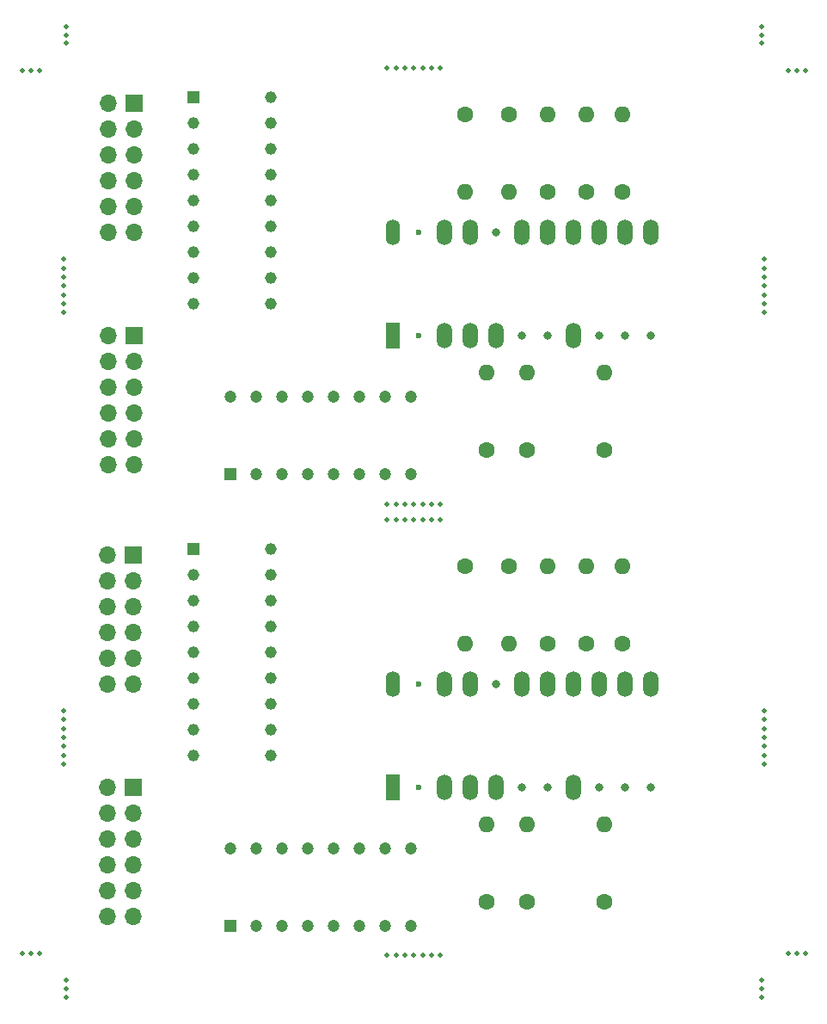
<source format=gbr>
%TF.GenerationSoftware,KiCad,Pcbnew,7.0.1*%
%TF.CreationDate,2023-05-14T01:33:17+09:00*%
%TF.ProjectId,___,62d8512e-6b69-4636-9164-5f7063625858,rev?*%
%TF.SameCoordinates,Original*%
%TF.FileFunction,Soldermask,Bot*%
%TF.FilePolarity,Negative*%
%FSLAX46Y46*%
G04 Gerber Fmt 4.6, Leading zero omitted, Abs format (unit mm)*
G04 Created by KiCad (PCBNEW 7.0.1) date 2023-05-14 01:33:17*
%MOMM*%
%LPD*%
G01*
G04 APERTURE LIST*
%ADD10R,1.700000X1.700000*%
%ADD11O,1.700000X1.700000*%
%ADD12C,0.500000*%
%ADD13C,1.600000*%
%ADD14O,1.600000X1.600000*%
%ADD15R,1.150000X1.150000*%
%ADD16C,1.150000*%
%ADD17R,1.200000X1.200000*%
%ADD18C,1.200000*%
%ADD19C,0.600000*%
%ADD20C,0.800000*%
%ADD21R,1.400000X2.524000*%
%ADD22O,1.524000X2.524000*%
%ADD23O,1.400000X2.524000*%
G04 APERTURE END LIST*
D10*
%TO.C,J2*%
X182330500Y-95565000D03*
D11*
X182330500Y-98105000D03*
X182330500Y-100645000D03*
X182330500Y-103185000D03*
X182330500Y-105725000D03*
X182330500Y-108265000D03*
X179790500Y-95565000D03*
X179790500Y-98105000D03*
X179790500Y-100645000D03*
X179790500Y-103185000D03*
X179790500Y-105725000D03*
X179790500Y-108265000D03*
%TD*%
D10*
%TO.C,J1*%
X182392500Y-72705000D03*
D11*
X182392500Y-75245000D03*
X182392500Y-77785000D03*
X182392500Y-80325000D03*
X182392500Y-82865000D03*
X182392500Y-85405000D03*
X179852500Y-72705000D03*
X179852500Y-75245000D03*
X179852500Y-77785000D03*
X179852500Y-80325000D03*
X179852500Y-82865000D03*
X179852500Y-85405000D03*
%TD*%
D10*
%TO.C,J2*%
X182454500Y-51115000D03*
D11*
X182454500Y-53655000D03*
X182454500Y-56195000D03*
X182454500Y-58735000D03*
X182454500Y-61275000D03*
X182454500Y-63815000D03*
X179914500Y-51115000D03*
X179914500Y-53655000D03*
X179914500Y-56195000D03*
X179914500Y-58735000D03*
X179914500Y-61275000D03*
X179914500Y-63815000D03*
%TD*%
D10*
%TO.C,J1*%
X182457500Y-28255000D03*
D11*
X182457500Y-30795000D03*
X182457500Y-33335000D03*
X182457500Y-35875000D03*
X182457500Y-38415000D03*
X182457500Y-40955000D03*
X179917500Y-28255000D03*
X179917500Y-30795000D03*
X179917500Y-33335000D03*
X179917500Y-35875000D03*
X179917500Y-38415000D03*
X179917500Y-40955000D03*
%TD*%
D12*
%TO.C,REF\u002A\u002A*%
X247726500Y-25000000D03*
%TD*%
%TO.C,REF\u002A\u002A*%
X207375000Y-69168000D03*
%TD*%
%TO.C,REF\u002A\u002A*%
X175523500Y-43584000D03*
%TD*%
%TO.C,REF\u002A\u002A*%
X244226500Y-20666667D03*
%TD*%
D13*
%TO.C,R2*%
X223144500Y-81356000D03*
D14*
X223144500Y-73736000D03*
%TD*%
D13*
%TO.C,R2*%
X223144500Y-36938000D03*
D14*
X223144500Y-29318000D03*
%TD*%
D12*
%TO.C,REF\u002A\u002A*%
X208250000Y-67668000D03*
%TD*%
%TO.C,REF\u002A\u002A*%
X175773500Y-22333334D03*
%TD*%
%TO.C,REF\u002A\u002A*%
X175773500Y-114502666D03*
%TD*%
%TO.C,REF\u002A\u002A*%
X212625000Y-69168000D03*
%TD*%
%TO.C,REF\u002A\u002A*%
X212625000Y-67668000D03*
%TD*%
%TO.C,REF\u002A\u002A*%
X244476500Y-47959000D03*
%TD*%
%TO.C,REF\u002A\u002A*%
X248559833Y-25000000D03*
%TD*%
%TO.C,REF\u002A\u002A*%
X175523500Y-92377000D03*
%TD*%
D13*
%TO.C,R8*%
X228732500Y-106756000D03*
D14*
X228732500Y-99136000D03*
%TD*%
D13*
%TO.C,R8*%
X228732500Y-62338000D03*
D14*
X228732500Y-54718000D03*
%TD*%
D12*
%TO.C,REF\u002A\u002A*%
X175523500Y-88002000D03*
%TD*%
%TO.C,REF\u002A\u002A*%
X175523500Y-93252000D03*
%TD*%
%TO.C,REF\u002A\u002A*%
X246893166Y-111836000D03*
%TD*%
%TO.C,REF\u002A\u002A*%
X175523500Y-89752000D03*
%TD*%
%TO.C,REF\u002A\u002A*%
X244476500Y-92377000D03*
%TD*%
%TO.C,REF\u002A\u002A*%
X210000000Y-112086000D03*
%TD*%
%TO.C,REF\u002A\u002A*%
X175523500Y-44459000D03*
%TD*%
%TO.C,REF\u002A\u002A*%
X244476500Y-48834000D03*
%TD*%
D15*
%TO.C,IC1*%
X188293500Y-72085000D03*
D16*
X188293500Y-74625000D03*
X188293500Y-77165000D03*
X188293500Y-79705000D03*
X188293500Y-82245000D03*
X188293500Y-84785000D03*
X188293500Y-87325000D03*
X188293500Y-89865000D03*
X188293500Y-92405000D03*
X195913500Y-92405000D03*
X195913500Y-89865000D03*
X195913500Y-87325000D03*
X195913500Y-84785000D03*
X195913500Y-82245000D03*
X195913500Y-79705000D03*
X195913500Y-77165000D03*
X195913500Y-74625000D03*
X195913500Y-72085000D03*
%TD*%
D15*
%TO.C,IC1*%
X188293500Y-27667000D03*
D16*
X188293500Y-30207000D03*
X188293500Y-32747000D03*
X188293500Y-35287000D03*
X188293500Y-37827000D03*
X188293500Y-40367000D03*
X188293500Y-42907000D03*
X188293500Y-45447000D03*
X188293500Y-47987000D03*
X195913500Y-47987000D03*
X195913500Y-45447000D03*
X195913500Y-42907000D03*
X195913500Y-40367000D03*
X195913500Y-37827000D03*
X195913500Y-35287000D03*
X195913500Y-32747000D03*
X195913500Y-30207000D03*
X195913500Y-27667000D03*
%TD*%
D12*
%TO.C,REF\u002A\u002A*%
X244226500Y-116169333D03*
%TD*%
%TO.C,REF\u002A\u002A*%
X175523500Y-47084000D03*
%TD*%
%TO.C,REF\u002A\u002A*%
X175523500Y-90627000D03*
%TD*%
%TO.C,REF\u002A\u002A*%
X212625000Y-112086000D03*
%TD*%
%TO.C,REF\u002A\u002A*%
X209125000Y-24750000D03*
%TD*%
%TO.C,REF\u002A\u002A*%
X207375000Y-24750000D03*
%TD*%
%TO.C,REF\u002A\u002A*%
X172273500Y-25000000D03*
%TD*%
%TO.C,REF\u002A\u002A*%
X175523500Y-48834000D03*
%TD*%
%TO.C,REF\u002A\u002A*%
X172273500Y-111836000D03*
%TD*%
%TO.C,REF\u002A\u002A*%
X210000000Y-24750000D03*
%TD*%
D17*
%TO.C,IC2*%
X191902500Y-64714000D03*
D18*
X194442500Y-64714000D03*
X196982500Y-64714000D03*
X199522500Y-64714000D03*
X202062500Y-64714000D03*
X204602500Y-64714000D03*
X207142500Y-64714000D03*
X209682500Y-64714000D03*
X209682500Y-57094000D03*
X207142500Y-57094000D03*
X204602500Y-57094000D03*
X202062500Y-57094000D03*
X199522500Y-57094000D03*
X196982500Y-57094000D03*
X194442500Y-57094000D03*
X191902500Y-57094000D03*
%TD*%
D17*
%TO.C,IC2*%
X191902500Y-109132000D03*
D18*
X194442500Y-109132000D03*
X196982500Y-109132000D03*
X199522500Y-109132000D03*
X202062500Y-109132000D03*
X204602500Y-109132000D03*
X207142500Y-109132000D03*
X209682500Y-109132000D03*
X209682500Y-101512000D03*
X207142500Y-101512000D03*
X204602500Y-101512000D03*
X202062500Y-101512000D03*
X199522500Y-101512000D03*
X196982500Y-101512000D03*
X194442500Y-101512000D03*
X191902500Y-101512000D03*
%TD*%
D12*
%TO.C,REF\u002A\u002A*%
X208250000Y-24750000D03*
%TD*%
%TO.C,REF\u002A\u002A*%
X175523500Y-88877000D03*
%TD*%
%TO.C,REF\u002A\u002A*%
X208250000Y-112086000D03*
%TD*%
D13*
%TO.C,R5*%
X215016500Y-73736000D03*
D14*
X215016500Y-81356000D03*
%TD*%
D13*
%TO.C,R5*%
X215016500Y-29318000D03*
D14*
X215016500Y-36938000D03*
%TD*%
D12*
%TO.C,REF\u002A\u002A*%
X211750000Y-112086000D03*
%TD*%
%TO.C,REF\u002A\u002A*%
X207375000Y-112086000D03*
%TD*%
%TO.C,REF\u002A\u002A*%
X211750000Y-67668000D03*
%TD*%
%TO.C,REF\u002A\u002A*%
X173106834Y-25000000D03*
%TD*%
D13*
%TO.C,R4*%
X226954500Y-81356000D03*
D14*
X226954500Y-73736000D03*
%TD*%
D13*
%TO.C,R4*%
X226954500Y-36938000D03*
D14*
X226954500Y-29318000D03*
%TD*%
D12*
%TO.C,REF\u002A\u002A*%
X175523500Y-46209000D03*
%TD*%
%TO.C,REF\u002A\u002A*%
X175773500Y-116169333D03*
%TD*%
%TO.C,REF\u002A\u002A*%
X175773500Y-20666667D03*
%TD*%
%TO.C,REF\u002A\u002A*%
X209125000Y-69168000D03*
%TD*%
%TO.C,REF\u002A\u002A*%
X209125000Y-112086000D03*
%TD*%
%TO.C,REF\u002A\u002A*%
X207375000Y-67668000D03*
%TD*%
%TO.C,REF\u002A\u002A*%
X244476500Y-43584000D03*
%TD*%
%TO.C,REF\u002A\u002A*%
X244476500Y-90627000D03*
%TD*%
%TO.C,REF\u002A\u002A*%
X244476500Y-44459000D03*
%TD*%
%TO.C,REF\u002A\u002A*%
X212625000Y-24750000D03*
%TD*%
%TO.C,REF\u002A\u002A*%
X244476500Y-45334000D03*
%TD*%
%TO.C,REF\u002A\u002A*%
X244476500Y-88877000D03*
%TD*%
%TO.C,REF\u002A\u002A*%
X244476500Y-91502000D03*
%TD*%
%TO.C,REF\u002A\u002A*%
X210000000Y-67668000D03*
%TD*%
%TO.C,REF\u002A\u002A*%
X210875000Y-69168000D03*
%TD*%
%TO.C,REF\u002A\u002A*%
X171440167Y-111836000D03*
%TD*%
%TO.C,REF\u002A\u002A*%
X244226500Y-22333334D03*
%TD*%
%TO.C,REF\u002A\u002A*%
X210875000Y-67668000D03*
%TD*%
%TO.C,REF\u002A\u002A*%
X210875000Y-24750000D03*
%TD*%
%TO.C,REF\u002A\u002A*%
X175773500Y-21500000D03*
%TD*%
%TO.C,REF\u002A\u002A*%
X244476500Y-47084000D03*
%TD*%
%TO.C,REF\u002A\u002A*%
X244476500Y-88002000D03*
%TD*%
D19*
%TO.C,IC3*%
X210508000Y-95516000D03*
D20*
X220668000Y-95516000D03*
X223208000Y-95516000D03*
X228288000Y-95516000D03*
X230828000Y-95516000D03*
X233368000Y-95516000D03*
D19*
X210508000Y-85356000D03*
D20*
X218128000Y-85356000D03*
D21*
X207968000Y-95516000D03*
D22*
X213048000Y-95516000D03*
X215588000Y-95516000D03*
X218128000Y-95516000D03*
X225748000Y-95516000D03*
X233368000Y-85356000D03*
X230828000Y-85356000D03*
X228288000Y-85356000D03*
X225748000Y-85356000D03*
X223208000Y-85356000D03*
X220668000Y-85356000D03*
X215588000Y-85356000D03*
X213048000Y-85356000D03*
D23*
X207968000Y-85356000D03*
%TD*%
D19*
%TO.C,IC3*%
X210508000Y-51098000D03*
D20*
X220668000Y-51098000D03*
X223208000Y-51098000D03*
X228288000Y-51098000D03*
X230828000Y-51098000D03*
X233368000Y-51098000D03*
D19*
X210508000Y-40938000D03*
D20*
X218128000Y-40938000D03*
D21*
X207968000Y-51098000D03*
D22*
X213048000Y-51098000D03*
X215588000Y-51098000D03*
X218128000Y-51098000D03*
X225748000Y-51098000D03*
X233368000Y-40938000D03*
X230828000Y-40938000D03*
X228288000Y-40938000D03*
X225748000Y-40938000D03*
X223208000Y-40938000D03*
X220668000Y-40938000D03*
X215588000Y-40938000D03*
X213048000Y-40938000D03*
D23*
X207968000Y-40938000D03*
%TD*%
D12*
%TO.C,REF\u002A\u002A*%
X210000000Y-69168000D03*
%TD*%
%TO.C,REF\u002A\u002A*%
X208250000Y-69168000D03*
%TD*%
%TO.C,REF\u002A\u002A*%
X244226500Y-114502666D03*
%TD*%
%TO.C,REF\u002A\u002A*%
X173106834Y-111836000D03*
%TD*%
%TO.C,REF\u002A\u002A*%
X244476500Y-89752000D03*
%TD*%
%TO.C,REF\u002A\u002A*%
X175523500Y-47959000D03*
%TD*%
%TO.C,REF\u002A\u002A*%
X244476500Y-46209000D03*
%TD*%
%TO.C,REF\u002A\u002A*%
X244476500Y-93252000D03*
%TD*%
%TO.C,REF\u002A\u002A*%
X246893166Y-25000000D03*
%TD*%
%TO.C,REF\u002A\u002A*%
X175523500Y-91502000D03*
%TD*%
%TO.C,REF\u002A\u002A*%
X211750000Y-24750000D03*
%TD*%
D13*
%TO.C,R6*%
X219334500Y-29318000D03*
D14*
X219334500Y-36938000D03*
%TD*%
D13*
%TO.C,R6*%
X219334500Y-73736000D03*
D14*
X219334500Y-81356000D03*
%TD*%
D13*
%TO.C,R7*%
X221112500Y-106756000D03*
D14*
X221112500Y-99136000D03*
%TD*%
D13*
%TO.C,R7*%
X221112500Y-62338000D03*
D14*
X221112500Y-54718000D03*
%TD*%
D13*
%TO.C,R1*%
X230510500Y-36938000D03*
D14*
X230510500Y-29318000D03*
%TD*%
D13*
%TO.C,R1*%
X230510500Y-81356000D03*
D14*
X230510500Y-73736000D03*
%TD*%
D12*
%TO.C,REF\u002A\u002A*%
X211750000Y-69168000D03*
%TD*%
%TO.C,REF\u002A\u002A*%
X244226500Y-115336000D03*
%TD*%
%TO.C,REF\u002A\u002A*%
X244226500Y-21500000D03*
%TD*%
%TO.C,REF\u002A\u002A*%
X175773500Y-115336000D03*
%TD*%
%TO.C,REF\u002A\u002A*%
X248559833Y-111836000D03*
%TD*%
%TO.C,REF\u002A\u002A*%
X175523500Y-45334000D03*
%TD*%
%TO.C,REF\u002A\u002A*%
X210875000Y-112086000D03*
%TD*%
%TO.C,REF\u002A\u002A*%
X209125000Y-67668000D03*
%TD*%
%TO.C,REF\u002A\u002A*%
X247726500Y-111836000D03*
%TD*%
%TO.C,REF\u002A\u002A*%
X171440167Y-25000000D03*
%TD*%
D13*
%TO.C,R3*%
X217175500Y-62338000D03*
D14*
X217175500Y-54718000D03*
%TD*%
D13*
%TO.C,R3*%
X217175500Y-106756000D03*
D14*
X217175500Y-99136000D03*
%TD*%
M02*

</source>
